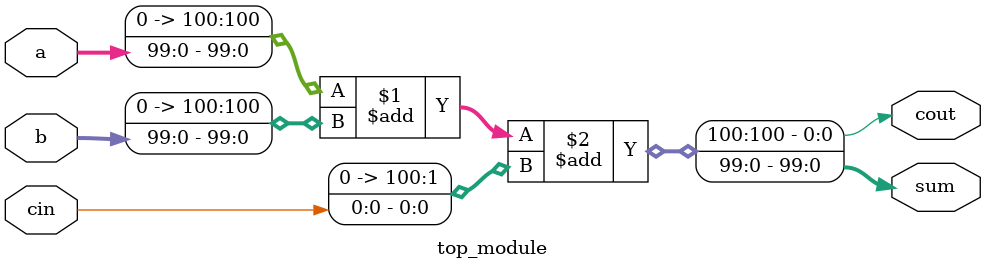
<source format=v>
module top_module( 
    input [99:0] a, b,
    input cin,
    output cout,
    output [99:0] sum );
assign {cout,sum} = {1'b0,a}+{1'b0,b}+{{1'b0},{99{1'b0}},cin};

endmodule


</source>
